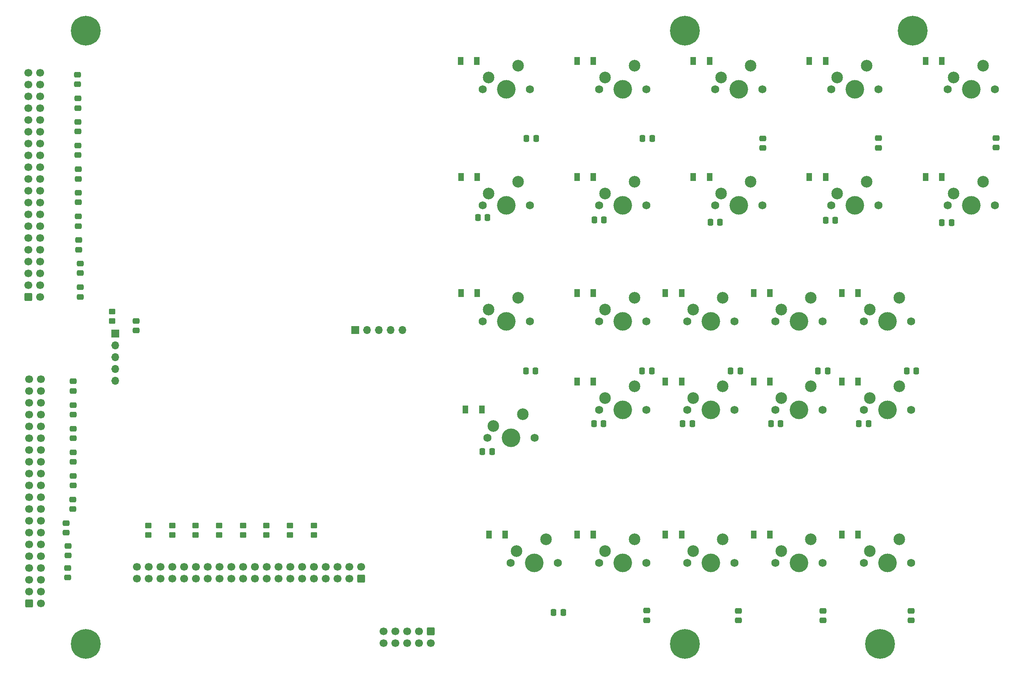
<source format=gbr>
%TF.GenerationSoftware,KiCad,Pcbnew,(6.0.0)*%
%TF.CreationDate,2023-05-12T18:24:35+02:00*%
%TF.ProjectId,Pot.butt_pcb,506f742e-6275-4747-945f-7063622e6b69,rev?*%
%TF.SameCoordinates,Original*%
%TF.FileFunction,Soldermask,Bot*%
%TF.FilePolarity,Negative*%
%FSLAX46Y46*%
G04 Gerber Fmt 4.6, Leading zero omitted, Abs format (unit mm)*
G04 Created by KiCad (PCBNEW (6.0.0)) date 2023-05-12 18:24:35*
%MOMM*%
%LPD*%
G01*
G04 APERTURE LIST*
G04 Aperture macros list*
%AMRoundRect*
0 Rectangle with rounded corners*
0 $1 Rounding radius*
0 $2 $3 $4 $5 $6 $7 $8 $9 X,Y pos of 4 corners*
0 Add a 4 corners polygon primitive as box body*
4,1,4,$2,$3,$4,$5,$6,$7,$8,$9,$2,$3,0*
0 Add four circle primitives for the rounded corners*
1,1,$1+$1,$2,$3*
1,1,$1+$1,$4,$5*
1,1,$1+$1,$6,$7*
1,1,$1+$1,$8,$9*
0 Add four rect primitives between the rounded corners*
20,1,$1+$1,$2,$3,$4,$5,0*
20,1,$1+$1,$4,$5,$6,$7,0*
20,1,$1+$1,$6,$7,$8,$9,0*
20,1,$1+$1,$8,$9,$2,$3,0*%
G04 Aperture macros list end*
%ADD10C,4.000000*%
%ADD11C,1.750000*%
%ADD12C,2.500000*%
%ADD13R,1.700000X1.700000*%
%ADD14O,1.700000X1.700000*%
%ADD15RoundRect,0.250000X-0.600000X0.600000X-0.600000X-0.600000X0.600000X-0.600000X0.600000X0.600000X0*%
%ADD16C,1.700000*%
%ADD17C,0.800000*%
%ADD18C,6.400000*%
%ADD19RoundRect,0.250000X0.337500X0.475000X-0.337500X0.475000X-0.337500X-0.475000X0.337500X-0.475000X0*%
%ADD20R,1.300000X1.700000*%
%ADD21RoundRect,0.250000X-0.475000X0.337500X-0.475000X-0.337500X0.475000X-0.337500X0.475000X0.337500X0*%
%ADD22RoundRect,0.250000X-0.450000X0.350000X-0.450000X-0.350000X0.450000X-0.350000X0.450000X0.350000X0*%
%ADD23RoundRect,0.250000X0.475000X-0.337500X0.475000X0.337500X-0.475000X0.337500X-0.475000X-0.337500X0*%
%ADD24RoundRect,0.250000X-0.337500X-0.475000X0.337500X-0.475000X0.337500X0.475000X-0.337500X0.475000X0*%
%ADD25RoundRect,0.250000X0.600000X-0.600000X0.600000X0.600000X-0.600000X0.600000X-0.600000X-0.600000X0*%
%ADD26RoundRect,0.250000X-0.600000X-0.600000X0.600000X-0.600000X0.600000X0.600000X-0.600000X0.600000X0*%
G04 APERTURE END LIST*
D10*
%TO.C,SW14*%
X160570000Y-115570000D03*
D11*
X155490000Y-115570000D03*
X165650000Y-115570000D03*
D12*
X156760000Y-113030000D03*
X163110000Y-110490000D03*
%TD*%
D10*
%TO.C,SW18*%
X184570000Y-90570000D03*
D11*
X189650000Y-90570000D03*
X179490000Y-90570000D03*
D12*
X180760000Y-88030000D03*
X187110000Y-85490000D03*
%TD*%
D11*
%TO.C,SW15*%
X170650000Y-142570000D03*
D10*
X165570000Y-142570000D03*
D11*
X160490000Y-142570000D03*
D12*
X161760000Y-140030000D03*
X168110000Y-137490000D03*
%TD*%
D11*
%TO.C,SW27*%
X239650000Y-65570000D03*
X229490000Y-65570000D03*
D10*
X234570000Y-65570000D03*
D12*
X230760000Y-63030000D03*
X237110000Y-60490000D03*
%TD*%
D10*
%TO.C,SW17*%
X184570000Y-65570000D03*
D11*
X179490000Y-65570000D03*
X189650000Y-65570000D03*
D12*
X180760000Y-63030000D03*
X187110000Y-60490000D03*
%TD*%
D11*
%TO.C,SW25*%
X208650000Y-142570000D03*
X198490000Y-142570000D03*
D10*
X203570000Y-142570000D03*
D12*
X199760000Y-140030000D03*
X206110000Y-137490000D03*
%TD*%
D11*
%TO.C,SW33*%
X246650000Y-90570000D03*
X236490000Y-90570000D03*
D10*
X241570000Y-90570000D03*
D12*
X237760000Y-88030000D03*
X244110000Y-85490000D03*
%TD*%
D11*
%TO.C,SW13*%
X164650000Y-90570000D03*
X154490000Y-90570000D03*
D10*
X159570000Y-90570000D03*
D12*
X155760000Y-88030000D03*
X162110000Y-85490000D03*
%TD*%
D13*
%TO.C,J3*%
X127010000Y-92450000D03*
D14*
X129550000Y-92450000D03*
X132090000Y-92450000D03*
X134630000Y-92450000D03*
X137170000Y-92450000D03*
%TD*%
D11*
%TO.C,SW24*%
X198490000Y-109570000D03*
X208650000Y-109570000D03*
D10*
X203570000Y-109570000D03*
D12*
X199760000Y-107030000D03*
X206110000Y-104490000D03*
%TD*%
D10*
%TO.C,SW16*%
X184570000Y-40570000D03*
D11*
X189650000Y-40570000D03*
X179490000Y-40570000D03*
D12*
X180760000Y-38030000D03*
X187110000Y-35490000D03*
%TD*%
D11*
%TO.C,SW23*%
X198490000Y-90570000D03*
X208650000Y-90570000D03*
D10*
X203570000Y-90570000D03*
D12*
X199760000Y-88030000D03*
X206110000Y-85490000D03*
%TD*%
D15*
%TO.C,J1*%
X143250000Y-157300000D03*
D16*
X143250000Y-159840000D03*
X140710000Y-157300000D03*
X140710000Y-159840000D03*
X138170000Y-157300000D03*
X138170000Y-159840000D03*
X135630000Y-157300000D03*
X135630000Y-159840000D03*
X133090000Y-157300000D03*
X133090000Y-159840000D03*
%TD*%
D11*
%TO.C,SW32*%
X254490000Y-65570000D03*
X264650000Y-65570000D03*
D10*
X259570000Y-65570000D03*
D12*
X255760000Y-63030000D03*
X262110000Y-60490000D03*
%TD*%
D17*
%TO.C,H5*%
X196302944Y-158302944D03*
X198000000Y-162400000D03*
X195600000Y-160000000D03*
X196302944Y-161697056D03*
X199697056Y-161697056D03*
X200400000Y-160000000D03*
X199697056Y-158302944D03*
X198000000Y-157600000D03*
D18*
X198000000Y-160000000D03*
%TD*%
D10*
%TO.C,SW20*%
X184570000Y-142570000D03*
D11*
X179490000Y-142570000D03*
X189650000Y-142570000D03*
D12*
X180760000Y-140030000D03*
X187110000Y-137490000D03*
%TD*%
D17*
%TO.C,H2*%
X199697056Y-29697056D03*
X196302944Y-26302944D03*
X198000000Y-25600000D03*
X196302944Y-29697056D03*
X200400000Y-28000000D03*
D18*
X198000000Y-28000000D03*
D17*
X198000000Y-30400000D03*
X195600000Y-28000000D03*
X199697056Y-26302944D03*
%TD*%
D11*
%TO.C,SW29*%
X217490000Y-109570000D03*
X227650000Y-109570000D03*
D10*
X222570000Y-109570000D03*
D12*
X218760000Y-107030000D03*
X225110000Y-104490000D03*
%TD*%
D17*
%TO.C,H1*%
X70697056Y-26302944D03*
X70697056Y-29697056D03*
X71400000Y-28000000D03*
X69000000Y-30400000D03*
X66600000Y-28000000D03*
X67302944Y-29697056D03*
X67302944Y-26302944D03*
D18*
X69000000Y-28000000D03*
D17*
X69000000Y-25600000D03*
%TD*%
%TO.C,H6*%
X69000000Y-162400000D03*
D18*
X69000000Y-160000000D03*
D17*
X70697056Y-158302944D03*
X71400000Y-160000000D03*
X69000000Y-157600000D03*
X70697056Y-161697056D03*
X67302944Y-161697056D03*
X67302944Y-158302944D03*
X66600000Y-160000000D03*
%TD*%
D11*
%TO.C,SW22*%
X204490000Y-65570000D03*
D10*
X209570000Y-65570000D03*
D11*
X214650000Y-65570000D03*
D12*
X205760000Y-63030000D03*
X212110000Y-60490000D03*
%TD*%
D11*
%TO.C,SW35*%
X246650000Y-142570000D03*
X236490000Y-142570000D03*
D10*
X241570000Y-142570000D03*
D12*
X237760000Y-140030000D03*
X244110000Y-137490000D03*
%TD*%
D18*
%TO.C,H4*%
X240000000Y-160000000D03*
D17*
X238302944Y-161697056D03*
X238302944Y-158302944D03*
X240000000Y-157600000D03*
X237600000Y-160000000D03*
X241697056Y-161697056D03*
X242400000Y-160000000D03*
X240000000Y-162400000D03*
X241697056Y-158302944D03*
%TD*%
D11*
%TO.C,SW26*%
X239650000Y-40570000D03*
X229490000Y-40570000D03*
D10*
X234570000Y-40570000D03*
D12*
X230760000Y-38030000D03*
X237110000Y-35490000D03*
%TD*%
D11*
%TO.C,SW11*%
X164650000Y-40570000D03*
D10*
X159570000Y-40570000D03*
D11*
X154490000Y-40570000D03*
D12*
X155760000Y-38030000D03*
X162110000Y-35490000D03*
%TD*%
D17*
%TO.C,H3*%
X244600000Y-28000000D03*
X248697056Y-26302944D03*
X245302944Y-26302944D03*
X247000000Y-30400000D03*
X245302944Y-29697056D03*
X247000000Y-25600000D03*
D18*
X247000000Y-28000000D03*
D17*
X249400000Y-28000000D03*
X248697056Y-29697056D03*
%TD*%
D13*
%TO.C,J2*%
X75380000Y-93200000D03*
D14*
X75380000Y-95740000D03*
X75380000Y-98280000D03*
X75380000Y-100820000D03*
X75380000Y-103360000D03*
%TD*%
D11*
%TO.C,SW28*%
X217490000Y-90570000D03*
D10*
X222570000Y-90570000D03*
D11*
X227650000Y-90570000D03*
D12*
X218760000Y-88030000D03*
X225110000Y-85490000D03*
%TD*%
D10*
%TO.C,SW34*%
X241570000Y-109570000D03*
D11*
X236490000Y-109570000D03*
X246650000Y-109570000D03*
D12*
X237760000Y-107030000D03*
X244110000Y-104490000D03*
%TD*%
D11*
%TO.C,SW21*%
X214650000Y-40570000D03*
D10*
X209570000Y-40570000D03*
D11*
X204490000Y-40570000D03*
D12*
X205760000Y-38030000D03*
X212110000Y-35490000D03*
%TD*%
D11*
%TO.C,SW30*%
X217490000Y-142570000D03*
D10*
X222570000Y-142570000D03*
D11*
X227650000Y-142570000D03*
D12*
X218760000Y-140030000D03*
X225110000Y-137490000D03*
%TD*%
D11*
%TO.C,SW19*%
X189650000Y-109570000D03*
X179490000Y-109570000D03*
D10*
X184570000Y-109570000D03*
D12*
X180760000Y-107030000D03*
X187110000Y-104490000D03*
%TD*%
D11*
%TO.C,SW31*%
X254490000Y-40570000D03*
X264650000Y-40570000D03*
D10*
X259570000Y-40570000D03*
D12*
X255760000Y-38030000D03*
X262110000Y-35490000D03*
%TD*%
D11*
%TO.C,SW12*%
X164650000Y-65570000D03*
D10*
X159570000Y-65570000D03*
D11*
X154490000Y-65570000D03*
D12*
X155760000Y-63030000D03*
X162110000Y-60490000D03*
%TD*%
D19*
%TO.C,C46*%
X218562500Y-112550000D03*
X216487500Y-112550000D03*
%TD*%
D20*
%TO.C,D3*%
X149760000Y-84460000D03*
X153260000Y-84460000D03*
%TD*%
D21*
%TO.C,C30*%
X189725000Y-152812500D03*
X189725000Y-154887500D03*
%TD*%
D22*
%TO.C,R8*%
X92690000Y-134500000D03*
X92690000Y-136500000D03*
%TD*%
%TO.C,R29*%
X118120000Y-134500000D03*
X118120000Y-136500000D03*
%TD*%
D23*
%TO.C,C23*%
X67310000Y-49667500D03*
X67310000Y-47592500D03*
%TD*%
D21*
%TO.C,C34*%
X209500000Y-152837500D03*
X209500000Y-154912500D03*
%TD*%
%TO.C,C44*%
X264975000Y-51062500D03*
X264975000Y-53137500D03*
%TD*%
D23*
%TO.C,C7*%
X66320000Y-120795000D03*
X66320000Y-118720000D03*
%TD*%
%TO.C,C24*%
X67460000Y-70017500D03*
X67460000Y-67942500D03*
%TD*%
D24*
%TO.C,C37*%
X245712500Y-101200000D03*
X247787500Y-101200000D03*
%TD*%
%TO.C,C27*%
X163862500Y-51200000D03*
X165937500Y-51200000D03*
%TD*%
D20*
%TO.C,D12*%
X199770000Y-59470000D03*
X203270000Y-59470000D03*
%TD*%
%TO.C,D5*%
X155770000Y-136470000D03*
X159270000Y-136470000D03*
%TD*%
D23*
%TO.C,C25*%
X67480000Y-75110000D03*
X67480000Y-73035000D03*
%TD*%
D21*
%TO.C,C42*%
X246700000Y-152825000D03*
X246700000Y-154900000D03*
%TD*%
D24*
%TO.C,C31*%
X188750000Y-101175000D03*
X190825000Y-101175000D03*
%TD*%
D23*
%TO.C,C19*%
X67250000Y-39517500D03*
X67250000Y-37442500D03*
%TD*%
D21*
%TO.C,C1*%
X79900000Y-90452500D03*
X79900000Y-92527500D03*
%TD*%
D20*
%TO.C,D1*%
X149700000Y-34500000D03*
X153200000Y-34500000D03*
%TD*%
%TO.C,D11*%
X199780000Y-34470000D03*
X203280000Y-34470000D03*
%TD*%
%TO.C,D9*%
X174760000Y-103470000D03*
X178260000Y-103470000D03*
%TD*%
%TO.C,D15*%
X193770000Y-136470000D03*
X197270000Y-136470000D03*
%TD*%
%TO.C,D13*%
X193770000Y-84460000D03*
X197270000Y-84460000D03*
%TD*%
%TO.C,D8*%
X174770000Y-84460000D03*
X178270000Y-84460000D03*
%TD*%
D25*
%TO.C,J6*%
X128270000Y-145902500D03*
D16*
X128270000Y-143362500D03*
X125730000Y-145902500D03*
X125730000Y-143362500D03*
X123190000Y-145902500D03*
X123190000Y-143362500D03*
X120650000Y-145902500D03*
X120650000Y-143362500D03*
X118110000Y-145902500D03*
X118110000Y-143362500D03*
X115570000Y-145902500D03*
X115570000Y-143362500D03*
X113030000Y-145902500D03*
X113030000Y-143362500D03*
X110490000Y-145902500D03*
X110490000Y-143362500D03*
X107950000Y-145902500D03*
X107950000Y-143362500D03*
X105410000Y-145902500D03*
X105410000Y-143362500D03*
X102870000Y-145902500D03*
X102870000Y-143362500D03*
X100330000Y-145902500D03*
X100330000Y-143362500D03*
X97790000Y-145902500D03*
X97790000Y-143362500D03*
X95250000Y-145902500D03*
X95250000Y-143362500D03*
X92710000Y-145902500D03*
X92710000Y-143362500D03*
X90170000Y-145902500D03*
X90170000Y-143362500D03*
X87630000Y-145902500D03*
X87630000Y-143362500D03*
X85090000Y-145902500D03*
X85090000Y-143362500D03*
X82550000Y-145902500D03*
X82550000Y-143362500D03*
X80010000Y-145902500D03*
X80010000Y-143362500D03*
%TD*%
D20*
%TO.C,D16*%
X224770000Y-34470000D03*
X228270000Y-34470000D03*
%TD*%
D21*
%TO.C,C11*%
X65140000Y-143610000D03*
X65140000Y-145685000D03*
%TD*%
D20*
%TO.C,D20*%
X212770000Y-136470000D03*
X216270000Y-136470000D03*
%TD*%
D21*
%TO.C,C40*%
X239650000Y-51112500D03*
X239650000Y-53187500D03*
%TD*%
D20*
%TO.C,D22*%
X249760000Y-59460000D03*
X253260000Y-59460000D03*
%TD*%
D24*
%TO.C,C32*%
X188862500Y-51200000D03*
X190937500Y-51200000D03*
%TD*%
D19*
%TO.C,C50*%
X199562500Y-112575000D03*
X197487500Y-112575000D03*
%TD*%
D20*
%TO.C,D25*%
X231770000Y-136470000D03*
X235270000Y-136470000D03*
%TD*%
D19*
%TO.C,C49*%
X230337500Y-68775000D03*
X228262500Y-68775000D03*
%TD*%
D21*
%TO.C,C36*%
X214750000Y-51137500D03*
X214750000Y-53212500D03*
%TD*%
D22*
%TO.C,R5*%
X102880000Y-134500000D03*
X102880000Y-136500000D03*
%TD*%
D20*
%TO.C,D4*%
X150770000Y-109470000D03*
X154270000Y-109470000D03*
%TD*%
%TO.C,D6*%
X174750000Y-34470000D03*
X178250000Y-34470000D03*
%TD*%
%TO.C,D2*%
X149770000Y-59460000D03*
X153270000Y-59460000D03*
%TD*%
%TO.C,D19*%
X212760000Y-103470000D03*
X216260000Y-103470000D03*
%TD*%
D23*
%TO.C,C6*%
X67820000Y-85257500D03*
X67820000Y-83182500D03*
%TD*%
%TO.C,C4*%
X66340000Y-115717500D03*
X66340000Y-113642500D03*
%TD*%
%TO.C,C5*%
X64820000Y-136017500D03*
X64820000Y-133942500D03*
%TD*%
D22*
%TO.C,R7*%
X107910000Y-134500000D03*
X107910000Y-136500000D03*
%TD*%
D20*
%TO.C,D7*%
X174760000Y-59460000D03*
X178260000Y-59460000D03*
%TD*%
%TO.C,D21*%
X249760000Y-34460000D03*
X253260000Y-34460000D03*
%TD*%
D23*
%TO.C,C9*%
X66340000Y-105500000D03*
X66340000Y-103425000D03*
%TD*%
D19*
%TO.C,C45*%
X205512500Y-69200000D03*
X203437500Y-69200000D03*
%TD*%
%TO.C,C48*%
X255337500Y-69275000D03*
X253262500Y-69275000D03*
%TD*%
D23*
%TO.C,C12*%
X66340000Y-110627500D03*
X66340000Y-108552500D03*
%TD*%
%TO.C,C13*%
X66270000Y-130957500D03*
X66270000Y-128882500D03*
%TD*%
D19*
%TO.C,C39*%
X155487500Y-68200000D03*
X153412500Y-68200000D03*
%TD*%
D23*
%TO.C,C26*%
X67350000Y-54767500D03*
X67350000Y-52692500D03*
%TD*%
%TO.C,C20*%
X67400000Y-59857500D03*
X67400000Y-57782500D03*
%TD*%
D20*
%TO.C,D23*%
X231770000Y-84470000D03*
X235270000Y-84470000D03*
%TD*%
%TO.C,D18*%
X212770000Y-84450000D03*
X216270000Y-84450000D03*
%TD*%
D19*
%TO.C,C47*%
X156462500Y-118550000D03*
X154387500Y-118550000D03*
%TD*%
D22*
%TO.C,R28*%
X97750000Y-134500000D03*
X97750000Y-136500000D03*
%TD*%
D26*
%TO.C,J4*%
X56667500Y-85300000D03*
D16*
X59207500Y-85300000D03*
X56667500Y-82760000D03*
X59207500Y-82760000D03*
X56667500Y-80220000D03*
X59207500Y-80220000D03*
X56667500Y-77680000D03*
X59207500Y-77680000D03*
X56667500Y-75140000D03*
X59207500Y-75140000D03*
X56667500Y-72600000D03*
X59207500Y-72600000D03*
X56667500Y-70060000D03*
X59207500Y-70060000D03*
X56667500Y-67520000D03*
X59207500Y-67520000D03*
X56667500Y-64980000D03*
X59207500Y-64980000D03*
X56667500Y-62440000D03*
X59207500Y-62440000D03*
X56667500Y-59900000D03*
X59207500Y-59900000D03*
X56667500Y-57360000D03*
X59207500Y-57360000D03*
X56667500Y-54820000D03*
X59207500Y-54820000D03*
X56667500Y-52280000D03*
X59207500Y-52280000D03*
X56667500Y-49740000D03*
X59207500Y-49740000D03*
X56667500Y-47200000D03*
X59207500Y-47200000D03*
X56667500Y-44660000D03*
X59207500Y-44660000D03*
X56667500Y-42120000D03*
X59207500Y-42120000D03*
X56667500Y-39580000D03*
X59207500Y-39580000D03*
X56667500Y-37040000D03*
X59207500Y-37040000D03*
%TD*%
D23*
%TO.C,C3*%
X67820000Y-80157500D03*
X67820000Y-78082500D03*
%TD*%
D24*
%TO.C,C28*%
X207812500Y-101175000D03*
X209887500Y-101175000D03*
%TD*%
%TO.C,C29*%
X169737500Y-153175000D03*
X171812500Y-153175000D03*
%TD*%
D22*
%TO.C,R6*%
X87620000Y-134500000D03*
X87620000Y-136500000D03*
%TD*%
%TO.C,R19*%
X74660000Y-88440000D03*
X74660000Y-90440000D03*
%TD*%
D24*
%TO.C,C35*%
X163737500Y-101175000D03*
X165812500Y-101175000D03*
%TD*%
D26*
%TO.C,J5*%
X56867500Y-151270000D03*
D16*
X59407500Y-151270000D03*
X56867500Y-148730000D03*
X59407500Y-148730000D03*
X56867500Y-146190000D03*
X59407500Y-146190000D03*
X56867500Y-143650000D03*
X59407500Y-143650000D03*
X56867500Y-141110000D03*
X59407500Y-141110000D03*
X56867500Y-138570000D03*
X59407500Y-138570000D03*
X56867500Y-136030000D03*
X59407500Y-136030000D03*
X56867500Y-133490000D03*
X59407500Y-133490000D03*
X56867500Y-130950000D03*
X59407500Y-130950000D03*
X56867500Y-128410000D03*
X59407500Y-128410000D03*
X56867500Y-125870000D03*
X59407500Y-125870000D03*
X56867500Y-123330000D03*
X59407500Y-123330000D03*
X56867500Y-120790000D03*
X59407500Y-120790000D03*
X56867500Y-118250000D03*
X59407500Y-118250000D03*
X56867500Y-115710000D03*
X59407500Y-115710000D03*
X56867500Y-113170000D03*
X59407500Y-113170000D03*
X56867500Y-110630000D03*
X59407500Y-110630000D03*
X56867500Y-108090000D03*
X59407500Y-108090000D03*
X56867500Y-105550000D03*
X59407500Y-105550000D03*
X56867500Y-103010000D03*
X59407500Y-103010000D03*
%TD*%
D20*
%TO.C,D24*%
X231770000Y-103460000D03*
X235270000Y-103460000D03*
%TD*%
D21*
%TO.C,C38*%
X227700000Y-152837500D03*
X227700000Y-154912500D03*
%TD*%
D20*
%TO.C,D10*%
X174770000Y-136460000D03*
X178270000Y-136460000D03*
%TD*%
D19*
%TO.C,C51*%
X180487500Y-112550000D03*
X178412500Y-112550000D03*
%TD*%
D20*
%TO.C,D14*%
X193770000Y-103470000D03*
X197270000Y-103470000D03*
%TD*%
D19*
%TO.C,C43*%
X180550000Y-68700000D03*
X178475000Y-68700000D03*
%TD*%
D23*
%TO.C,C22*%
X67420000Y-64897500D03*
X67420000Y-62822500D03*
%TD*%
D20*
%TO.C,D17*%
X224760000Y-59470000D03*
X228260000Y-59470000D03*
%TD*%
D23*
%TO.C,C8*%
X65190000Y-140947500D03*
X65190000Y-138872500D03*
%TD*%
D24*
%TO.C,C33*%
X226625000Y-101200000D03*
X228700000Y-101200000D03*
%TD*%
D22*
%TO.C,R4*%
X82500000Y-134500000D03*
X82500000Y-136500000D03*
%TD*%
D23*
%TO.C,C21*%
X67320000Y-44617500D03*
X67320000Y-42542500D03*
%TD*%
D19*
%TO.C,C41*%
X237487500Y-112575000D03*
X235412500Y-112575000D03*
%TD*%
D23*
%TO.C,C10*%
X66300000Y-125877500D03*
X66300000Y-123802500D03*
%TD*%
D22*
%TO.C,R27*%
X113000000Y-134500000D03*
X113000000Y-136500000D03*
%TD*%
M02*

</source>
